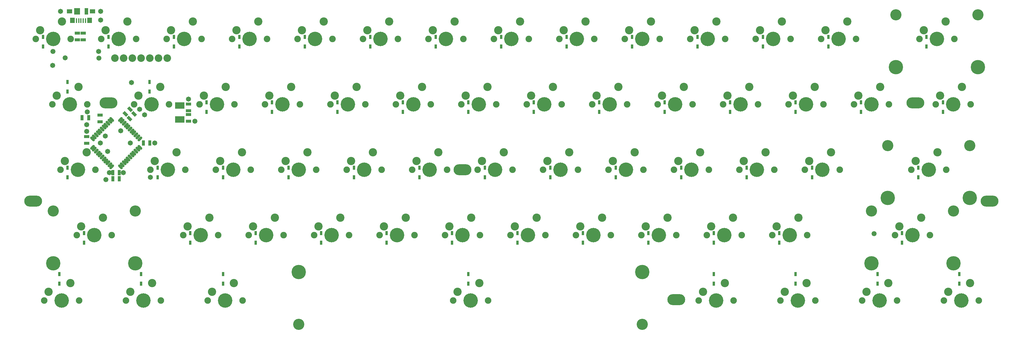
<source format=gbs>
G04*
G04 #@! TF.GenerationSoftware,Altium Limited,Altium Designer,21.7.2 (23)*
G04*
G04 Layer_Color=16711935*
%FSLAX25Y25*%
%MOIN*%
G70*
G04*
G04 #@! TF.SameCoordinates,8FBBE309-EC49-44CF-9814-742EC28C0B38*
G04*
G04*
G04 #@! TF.FilePolarity,Negative*
G04*
G01*
G75*
%ADD10C,0.09461*%
%ADD11C,0.07493*%
%ADD12C,0.16548*%
%ADD13O,0.20485X0.12611*%
%ADD14C,0.08674*%
%ADD15C,0.12800*%
%ADD16C,0.16500*%
%ADD17C,0.05800*%
%ADD35R,0.01772X0.05433*%
%ADD36R,0.05610X0.06102*%
%ADD37R,0.03937X0.07480*%
%ADD38R,0.07087X0.07480*%
%ADD39R,0.06496X0.05118*%
G04:AMPARAMS|DCode=45|XSize=29.65mil|YSize=67.06mil|CornerRadius=0mil|HoleSize=0mil|Usage=FLASHONLY|Rotation=225.000|XOffset=0mil|YOffset=0mil|HoleType=Round|Shape=Round|*
%AMOVALD45*
21,1,0.03740,0.02965,0.00000,0.00000,315.0*
1,1,0.02965,-0.01322,0.01322*
1,1,0.02965,0.01322,-0.01322*
%
%ADD45OVALD45*%

G04:AMPARAMS|DCode=46|XSize=29.65mil|YSize=67.06mil|CornerRadius=0mil|HoleSize=0mil|Usage=FLASHONLY|Rotation=315.000|XOffset=0mil|YOffset=0mil|HoleType=Round|Shape=Round|*
%AMOVALD46*
21,1,0.03740,0.02965,0.00000,0.00000,45.0*
1,1,0.02965,-0.01322,-0.01322*
1,1,0.02965,0.01322,0.01322*
%
%ADD46OVALD46*%

%ADD47R,0.05900X0.03600*%
%ADD48R,0.03600X0.05900*%
%ADD49R,0.02965X0.04934*%
G04:AMPARAMS|DCode=50|XSize=36mil|YSize=59mil|CornerRadius=0mil|HoleSize=0mil|Usage=FLASHONLY|Rotation=225.000|XOffset=0mil|YOffset=0mil|HoleType=Round|Shape=Rectangle|*
%AMROTATEDRECTD50*
4,1,4,-0.00813,0.03359,0.03359,-0.00813,0.00813,-0.03359,-0.03359,0.00813,-0.00813,0.03359,0.0*
%
%ADD50ROTATEDRECTD50*%

%ADD51R,0.10800X0.07800*%
D10*
X303053Y-56373D02*
D03*
X278053Y-66373D02*
D03*
X-34442Y18630D02*
D03*
X-59442Y8630D02*
D03*
X78058Y-56373D02*
D03*
X53058Y-66373D02*
D03*
X399932Y-216370D02*
D03*
X424932Y-206370D02*
D03*
X-25067Y-56373D02*
D03*
X-50067Y-66373D02*
D03*
X-31322Y-141370D02*
D03*
X-6322Y-131370D02*
D03*
X-3194Y83630D02*
D03*
X21806Y93630D02*
D03*
X931178Y-131370D02*
D03*
X906178Y-141370D02*
D03*
X949924Y-56373D02*
D03*
X924924Y-66373D02*
D03*
X959303Y93630D02*
D03*
X934303Y83630D02*
D03*
X128050Y-66373D02*
D03*
X153050Y-56373D02*
D03*
X868678Y-216370D02*
D03*
X893678Y-206370D02*
D03*
X484303Y8630D02*
D03*
X509303Y18630D02*
D03*
X671803Y83630D02*
D03*
X696803Y93630D02*
D03*
X953053Y8630D02*
D03*
X978053Y18630D02*
D03*
X596806Y83630D02*
D03*
X621806Y93630D02*
D03*
X371806Y83630D02*
D03*
X396806Y93630D02*
D03*
X559306Y8630D02*
D03*
X584306Y18630D02*
D03*
X334302Y8630D02*
D03*
X359302Y18630D02*
D03*
X521803Y83630D02*
D03*
X546803Y93630D02*
D03*
X90558Y-141370D02*
D03*
X115559Y-131370D02*
D03*
X428053Y-66373D02*
D03*
X453053Y-56373D02*
D03*
X184306Y8630D02*
D03*
X209306Y18630D02*
D03*
X109306Y8630D02*
D03*
X134306Y18630D02*
D03*
X746806Y83630D02*
D03*
X771806Y93630D02*
D03*
X353052Y-66373D02*
D03*
X378052Y-56373D02*
D03*
X446806Y83630D02*
D03*
X471806Y93630D02*
D03*
X774932Y-216370D02*
D03*
X799932Y-206370D02*
D03*
X681178Y-216370D02*
D03*
X706178Y-206370D02*
D03*
X165559Y-141370D02*
D03*
X190559Y-131370D02*
D03*
X465553Y-141370D02*
D03*
X490553Y-131370D02*
D03*
X296806Y83630D02*
D03*
X321806Y93630D02*
D03*
X540558Y-141370D02*
D03*
X565558Y-131370D02*
D03*
X803058Y-66373D02*
D03*
X828058Y-56373D02*
D03*
X690553Y-141370D02*
D03*
X715553Y-131370D02*
D03*
X240559Y-141370D02*
D03*
X265559Y-131370D02*
D03*
X-78194Y83630D02*
D03*
X-53194Y93630D02*
D03*
X784306Y8630D02*
D03*
X809306Y18630D02*
D03*
X-68819Y-216370D02*
D03*
X-43819Y-206370D02*
D03*
X118681Y-216370D02*
D03*
X143681Y-206370D02*
D03*
X821806Y83630D02*
D03*
X846806Y93630D02*
D03*
X390558Y-141370D02*
D03*
X415558Y-131370D02*
D03*
X728058Y-66373D02*
D03*
X753058Y-56373D02*
D03*
X578058Y-66373D02*
D03*
X603058Y-56373D02*
D03*
X221806Y83630D02*
D03*
X246806Y93630D02*
D03*
X146803Y83630D02*
D03*
X171803Y93630D02*
D03*
X503053Y-66373D02*
D03*
X528053Y-56373D02*
D03*
X24928Y-216370D02*
D03*
X49928Y-206370D02*
D03*
X259306Y8630D02*
D03*
X284306Y18630D02*
D03*
X34303Y8630D02*
D03*
X59303Y18630D02*
D03*
X709303Y8630D02*
D03*
X734303Y18630D02*
D03*
X634306Y8630D02*
D03*
X659306Y18630D02*
D03*
X859303Y8630D02*
D03*
X884303Y18630D02*
D03*
X615558Y-141370D02*
D03*
X640558Y-131370D02*
D03*
X203053Y-66373D02*
D03*
X228053Y-56373D02*
D03*
X315552Y-141370D02*
D03*
X340552Y-131370D02*
D03*
X409306Y8630D02*
D03*
X434306Y18630D02*
D03*
X71806Y83630D02*
D03*
X96806Y93630D02*
D03*
X653053Y-66373D02*
D03*
X678053Y-56373D02*
D03*
X765558Y-141370D02*
D03*
X790558Y-131370D02*
D03*
X962428Y-216370D02*
D03*
X987428Y-206370D02*
D03*
D11*
X273054Y-76373D02*
D03*
X313053D02*
D03*
X-64442Y-1370D02*
D03*
X-24442D02*
D03*
X48059Y-76373D02*
D03*
X88059D02*
D03*
X434932Y-226370D02*
D03*
X394932D02*
D03*
X-55067Y-76373D02*
D03*
X-15067D02*
D03*
X3678Y-151371D02*
D03*
X-36322D02*
D03*
X31806Y73630D02*
D03*
X-8194D02*
D03*
X901178Y-151371D02*
D03*
X941178D02*
D03*
X919925Y-76373D02*
D03*
X959925D02*
D03*
X929303Y73630D02*
D03*
X969302D02*
D03*
X163050Y-76373D02*
D03*
X123050D02*
D03*
X903678Y-226370D02*
D03*
X863678D02*
D03*
X519303Y-1370D02*
D03*
X479303D02*
D03*
X706803Y73630D02*
D03*
X666803D02*
D03*
X988052Y-1370D02*
D03*
X948053D02*
D03*
X631806Y73630D02*
D03*
X591806D02*
D03*
X406806D02*
D03*
X366806D02*
D03*
X594306Y-1370D02*
D03*
X554306D02*
D03*
X369303D02*
D03*
X329303D02*
D03*
X556803Y73630D02*
D03*
X516803D02*
D03*
X125558Y-151371D02*
D03*
X85558D02*
D03*
X463053Y-76373D02*
D03*
X423053D02*
D03*
X219306Y-1370D02*
D03*
X179306D02*
D03*
X144306D02*
D03*
X104306D02*
D03*
X781806Y73630D02*
D03*
X741806D02*
D03*
X388052Y-76373D02*
D03*
X348052D02*
D03*
X481806Y73630D02*
D03*
X441806D02*
D03*
X809932Y-226370D02*
D03*
X769932D02*
D03*
X716178D02*
D03*
X676178D02*
D03*
X200558Y-151371D02*
D03*
X160558D02*
D03*
X500553D02*
D03*
X460553D02*
D03*
X331806Y73630D02*
D03*
X291806D02*
D03*
X575558Y-151371D02*
D03*
X535558D02*
D03*
X838058Y-76373D02*
D03*
X798058D02*
D03*
X725553Y-151371D02*
D03*
X685553D02*
D03*
X275558D02*
D03*
X235559D02*
D03*
X-43194Y73630D02*
D03*
X-83195D02*
D03*
X819306Y-1370D02*
D03*
X779306D02*
D03*
X-33819Y-226370D02*
D03*
X-73819D02*
D03*
X153681D02*
D03*
X113681D02*
D03*
X856806Y73630D02*
D03*
X816806D02*
D03*
X425558Y-151371D02*
D03*
X385558D02*
D03*
X763058Y-76373D02*
D03*
X723058D02*
D03*
X613058D02*
D03*
X573058D02*
D03*
X256806Y73630D02*
D03*
X216806D02*
D03*
X181803D02*
D03*
X141803D02*
D03*
X538053Y-76373D02*
D03*
X498053D02*
D03*
X59928Y-226370D02*
D03*
X19928D02*
D03*
X294306Y-1370D02*
D03*
X254306D02*
D03*
X69303D02*
D03*
X29303D02*
D03*
X744303D02*
D03*
X704303D02*
D03*
X669306D02*
D03*
X629306D02*
D03*
X894302D02*
D03*
X854303D02*
D03*
X650558Y-151371D02*
D03*
X610558D02*
D03*
X238053Y-76373D02*
D03*
X198053D02*
D03*
X350553Y-151371D02*
D03*
X310553D02*
D03*
X444306Y-1370D02*
D03*
X404306D02*
D03*
X106806Y73630D02*
D03*
X66806D02*
D03*
X688053Y-76373D02*
D03*
X648053D02*
D03*
X800558Y-151371D02*
D03*
X760558D02*
D03*
X997429Y-226370D02*
D03*
X957428D02*
D03*
D12*
X293054Y-76373D02*
D03*
X-44442Y-1370D02*
D03*
X68059Y-76373D02*
D03*
X414932Y-226370D02*
D03*
X-35067Y-76373D02*
D03*
X-16322Y-151371D02*
D03*
X11806Y73630D02*
D03*
X921178Y-151371D02*
D03*
X939925Y-76373D02*
D03*
X949302Y73630D02*
D03*
X143050Y-76373D02*
D03*
X883678Y-226370D02*
D03*
X499302Y-1370D02*
D03*
X686802Y73630D02*
D03*
X968052Y-1370D02*
D03*
X611806Y73630D02*
D03*
X386806D02*
D03*
X574306Y-1370D02*
D03*
X349303D02*
D03*
X536802Y73630D02*
D03*
X105559Y-151371D02*
D03*
X443052Y-76373D02*
D03*
X199306Y-1370D02*
D03*
X124306D02*
D03*
X761806Y73630D02*
D03*
X368052Y-76373D02*
D03*
X461806Y73630D02*
D03*
X789932Y-226370D02*
D03*
X696178D02*
D03*
X180559Y-151371D02*
D03*
X480552D02*
D03*
X311806Y73630D02*
D03*
X555558Y-151371D02*
D03*
X818058Y-76373D02*
D03*
X705552Y-151371D02*
D03*
X255558D02*
D03*
X-63195Y73630D02*
D03*
X799306Y-1370D02*
D03*
X-53819Y-226370D02*
D03*
X133681D02*
D03*
X836806Y73630D02*
D03*
X405558Y-151371D02*
D03*
X743058Y-76373D02*
D03*
X593058D02*
D03*
X236806Y73630D02*
D03*
X161803D02*
D03*
X518052Y-76373D02*
D03*
X39928Y-226370D02*
D03*
X274306Y-1370D02*
D03*
X49303D02*
D03*
X724302D02*
D03*
X649306D02*
D03*
X874302D02*
D03*
X630558Y-151371D02*
D03*
X218053Y-76373D02*
D03*
X330553Y-151371D02*
D03*
X424306Y-1370D02*
D03*
X86806Y73630D02*
D03*
X668052Y-76373D02*
D03*
X780558Y-151371D02*
D03*
X977429Y-226370D02*
D03*
D13*
X0Y0D02*
D03*
X-86173Y-112593D02*
D03*
X405554Y-76379D02*
D03*
X650781Y-225587D02*
D03*
X1009789Y-112590D02*
D03*
X924604Y0D02*
D03*
D14*
X67500Y51562D02*
D03*
X57500D02*
D03*
X47500D02*
D03*
X37500D02*
D03*
X27500D02*
D03*
X17500D02*
D03*
X7500D02*
D03*
D15*
X611783Y-253870D02*
D03*
X218082D02*
D03*
X30678Y-123871D02*
D03*
X-63322D02*
D03*
X874178D02*
D03*
X968178D02*
D03*
X892924Y-48873D02*
D03*
X986924D02*
D03*
X902302Y101130D02*
D03*
X996303D02*
D03*
D16*
X611783Y-193870D02*
D03*
X218082D02*
D03*
X30678Y-183870D02*
D03*
X-63322D02*
D03*
X874178D02*
D03*
X968178D02*
D03*
X892924Y-108873D02*
D03*
X986924D02*
D03*
X902302Y41130D02*
D03*
X996303D02*
D03*
D17*
X41499Y-13617D02*
D03*
X91542Y4542D02*
D03*
X99000Y-21000D02*
D03*
X35728Y-7272D02*
D03*
X-24461Y-10280D02*
D03*
X-64000Y43000D02*
D03*
X-3633Y-38000D02*
D03*
X-9241Y-46000D02*
D03*
X-25081Y-32597D02*
D03*
X-861Y-55487D02*
D03*
X1080Y-79999D02*
D03*
X-3000Y-88000D02*
D03*
X14000Y-31668D02*
D03*
X25052Y-45948D02*
D03*
X-25000Y-25000D02*
D03*
X17000Y-80000D02*
D03*
X53165Y-45948D02*
D03*
X-55000Y105000D02*
D03*
X-9000Y95000D02*
D03*
Y105000D02*
D03*
X-63599Y59140D02*
D03*
X-49556Y51858D02*
D03*
X26281Y23521D02*
D03*
X-11146Y51562D02*
D03*
X47909Y-85144D02*
D03*
X877234Y-149953D02*
D03*
X-11268Y59080D02*
D03*
D35*
X-26378Y94646D02*
D03*
X-28937D02*
D03*
X-31496D02*
D03*
X-34055D02*
D03*
X-36614D02*
D03*
D36*
X-21703Y94980D02*
D03*
X-41289D02*
D03*
D37*
X-25394Y105118D02*
D03*
D38*
X-36024D02*
D03*
D39*
X-18209D02*
D03*
X-44783D02*
D03*
D45*
X-18444Y-41006D02*
D03*
X-16217Y-38778D02*
D03*
X-13990Y-36551D02*
D03*
X-11763Y-34324D02*
D03*
X-9536Y-32097D02*
D03*
X-7309Y-29870D02*
D03*
X-5081Y-27643D02*
D03*
X-2854Y-25416D02*
D03*
X-627Y-23189D02*
D03*
X1600Y-20962D02*
D03*
X3827Y-18734D02*
D03*
X35842Y-50749D02*
D03*
X33615Y-52976D02*
D03*
X31387Y-55203D02*
D03*
X29160Y-57430D02*
D03*
X26933Y-59658D02*
D03*
X24706Y-61885D02*
D03*
X22479Y-64112D02*
D03*
X20252Y-66339D02*
D03*
X18025Y-68566D02*
D03*
X15798Y-70793D02*
D03*
X13571Y-73020D02*
D03*
D46*
Y-18734D02*
D03*
X15798Y-20962D02*
D03*
X18025Y-23189D02*
D03*
X20252Y-25416D02*
D03*
X22479Y-27643D02*
D03*
X24706Y-29870D02*
D03*
X26933Y-32097D02*
D03*
X29160Y-34324D02*
D03*
X31387Y-36551D02*
D03*
X33615Y-38778D02*
D03*
X35842Y-41006D02*
D03*
X3827Y-73020D02*
D03*
X1600Y-70793D02*
D03*
X-627Y-68566D02*
D03*
X-2854Y-66339D02*
D03*
X-5081Y-64112D02*
D03*
X-7309Y-61885D02*
D03*
X-9536Y-59658D02*
D03*
X-11763Y-57430D02*
D03*
X-13990Y-55203D02*
D03*
X-16217Y-52976D02*
D03*
X-18444Y-50749D02*
D03*
D47*
X-9589Y-21445D02*
D03*
Y-13945D02*
D03*
X-25081Y-38599D02*
D03*
Y-46099D02*
D03*
X-28960Y80054D02*
D03*
Y72553D02*
D03*
X-35634Y80120D02*
D03*
Y72620D02*
D03*
X91542Y-20691D02*
D03*
Y-13191D02*
D03*
Y-1191D02*
D03*
Y-8691D02*
D03*
D48*
X4863Y-86999D02*
D03*
X12363D02*
D03*
X4863Y-79999D02*
D03*
X12363D02*
D03*
X39838Y-45948D02*
D03*
X47339D02*
D03*
X-22671Y-16970D02*
D03*
X-30171D02*
D03*
D49*
X56250Y-74176D02*
D03*
Y-85199D02*
D03*
X-75000Y75824D02*
D03*
Y64801D02*
D03*
X0D02*
D03*
Y75824D02*
D03*
X75000Y64801D02*
D03*
Y75824D02*
D03*
X150000Y64801D02*
D03*
Y75824D02*
D03*
X225000Y64801D02*
D03*
Y75824D02*
D03*
X300000Y64801D02*
D03*
Y75824D02*
D03*
X375000Y64801D02*
D03*
Y75824D02*
D03*
X450000Y64801D02*
D03*
Y75824D02*
D03*
X525000Y64801D02*
D03*
Y75824D02*
D03*
X600000Y64801D02*
D03*
Y75824D02*
D03*
X675000Y64801D02*
D03*
Y75824D02*
D03*
X750000Y64801D02*
D03*
Y75824D02*
D03*
X825000Y64801D02*
D03*
Y75824D02*
D03*
X937500Y64801D02*
D03*
Y75824D02*
D03*
X-46875Y24262D02*
D03*
Y13238D02*
D03*
X46875Y24262D02*
D03*
Y13238D02*
D03*
X112500Y-10199D02*
D03*
Y824D02*
D03*
X187500Y-10199D02*
D03*
Y824D02*
D03*
X262500Y-10199D02*
D03*
Y824D02*
D03*
X337500Y-10199D02*
D03*
Y824D02*
D03*
X412500Y-10199D02*
D03*
Y824D02*
D03*
X487500Y-10199D02*
D03*
Y824D02*
D03*
X562500Y-10199D02*
D03*
Y824D02*
D03*
X637500Y-10199D02*
D03*
Y824D02*
D03*
X712500Y-10199D02*
D03*
Y824D02*
D03*
X787500Y-10199D02*
D03*
Y824D02*
D03*
X862500Y-10199D02*
D03*
Y824D02*
D03*
X956250Y-10199D02*
D03*
Y824D02*
D03*
X-46875Y-85199D02*
D03*
Y-74176D02*
D03*
X131250Y-85199D02*
D03*
Y-74176D02*
D03*
X206250Y-85199D02*
D03*
Y-74176D02*
D03*
X281250Y-85199D02*
D03*
Y-74176D02*
D03*
X356250Y-85199D02*
D03*
Y-74176D02*
D03*
X431250Y-85199D02*
D03*
Y-74176D02*
D03*
X506250Y-85199D02*
D03*
Y-74176D02*
D03*
X581250Y-85199D02*
D03*
Y-74176D02*
D03*
X656250Y-85199D02*
D03*
Y-74176D02*
D03*
X731250Y-85199D02*
D03*
Y-74176D02*
D03*
X806250Y-85199D02*
D03*
Y-74176D02*
D03*
X928125Y-85199D02*
D03*
Y-74176D02*
D03*
X-28125Y-160199D02*
D03*
Y-149176D02*
D03*
X93750Y-160199D02*
D03*
Y-149176D02*
D03*
X168750Y-160199D02*
D03*
Y-149176D02*
D03*
X243750Y-160199D02*
D03*
Y-149176D02*
D03*
X318750Y-160199D02*
D03*
Y-149176D02*
D03*
X393750Y-160199D02*
D03*
Y-149176D02*
D03*
X468750Y-160199D02*
D03*
Y-149176D02*
D03*
X543750Y-160199D02*
D03*
Y-149176D02*
D03*
X618750Y-160199D02*
D03*
Y-149176D02*
D03*
X693750Y-160199D02*
D03*
Y-149176D02*
D03*
X768750Y-160199D02*
D03*
Y-149176D02*
D03*
X909375Y-160199D02*
D03*
Y-149176D02*
D03*
X-56250Y-196051D02*
D03*
Y-207074D02*
D03*
X37500Y-196051D02*
D03*
Y-207074D02*
D03*
X131250Y-196051D02*
D03*
Y-207074D02*
D03*
X412500Y-196051D02*
D03*
Y-207074D02*
D03*
X693750Y-196051D02*
D03*
Y-207074D02*
D03*
X787500Y-196051D02*
D03*
Y-207074D02*
D03*
X881250Y-196051D02*
D03*
Y-207074D02*
D03*
X975000Y-196051D02*
D03*
Y-207074D02*
D03*
D50*
X24032Y-17697D02*
D03*
X29335Y-12394D02*
D03*
X24579Y-7272D02*
D03*
X19276Y-12575D02*
D03*
D51*
X81542Y-2941D02*
D03*
Y-18941D02*
D03*
M02*

</source>
